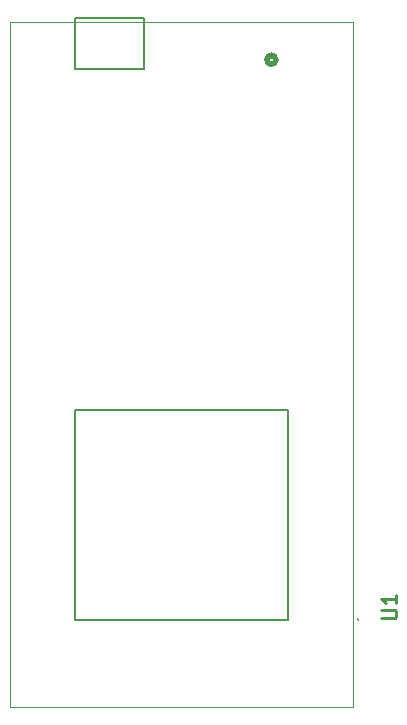
<source format=gbr>
%TF.GenerationSoftware,KiCad,Pcbnew,9.0.4*%
%TF.CreationDate,2025-10-17T17:31:01+02:00*%
%TF.ProjectId,versie_2,76657273-6965-45f3-922e-6b696361645f,rev?*%
%TF.SameCoordinates,Original*%
%TF.FileFunction,Legend,Top*%
%TF.FilePolarity,Positive*%
%FSLAX46Y46*%
G04 Gerber Fmt 4.6, Leading zero omitted, Abs format (unit mm)*
G04 Created by KiCad (PCBNEW 9.0.4) date 2025-10-17 17:31:01*
%MOMM*%
%LPD*%
G01*
G04 APERTURE LIST*
%ADD10C,0.254000*%
%ADD11C,0.508000*%
%ADD12C,0.200000*%
%ADD13C,0.100000*%
G04 APERTURE END LIST*
D10*
X218914318Y-102289619D02*
X219942413Y-102289619D01*
X219942413Y-102289619D02*
X220063365Y-102229142D01*
X220063365Y-102229142D02*
X220123842Y-102168666D01*
X220123842Y-102168666D02*
X220184318Y-102047714D01*
X220184318Y-102047714D02*
X220184318Y-101805809D01*
X220184318Y-101805809D02*
X220123842Y-101684857D01*
X220123842Y-101684857D02*
X220063365Y-101624380D01*
X220063365Y-101624380D02*
X219942413Y-101563904D01*
X219942413Y-101563904D02*
X218914318Y-101563904D01*
X220184318Y-100293904D02*
X220184318Y-101019619D01*
X220184318Y-100656762D02*
X218914318Y-100656762D01*
X218914318Y-100656762D02*
X219095746Y-100777714D01*
X219095746Y-100777714D02*
X219216699Y-100898666D01*
X219216699Y-100898666D02*
X219277175Y-101019619D01*
D11*
%TO.C,J3*%
X209983800Y-55000000D02*
G75*
G02*
X209221800Y-55000000I-381000J0D01*
G01*
X209221800Y-55000000D02*
G75*
G02*
X209983800Y-55000000I381000J0D01*
G01*
D12*
%TO.C,U1*%
X198801000Y-51500000D02*
X192995000Y-51500000D01*
X192995000Y-51500000D02*
X192995000Y-55822000D01*
D13*
X216500000Y-51810000D02*
X216500000Y-109810000D01*
X187500000Y-51810000D02*
X216500000Y-51810000D01*
D12*
X198801000Y-55822000D02*
X198801000Y-51500000D01*
X192995000Y-55822000D02*
X198801000Y-55822000D01*
X211000000Y-84620000D02*
X193000000Y-84620000D01*
X193000000Y-84620000D02*
X193000000Y-102400000D01*
D13*
X216900000Y-102310000D02*
X216900000Y-102310000D01*
D12*
X211000000Y-102400000D02*
X211000000Y-84620000D01*
X193000000Y-102400000D02*
X211000000Y-102400000D01*
D13*
X216900000Y-102410000D02*
X216900000Y-102410000D01*
X216500000Y-109810000D02*
X187500000Y-109810000D01*
X187500000Y-109810000D02*
X187500000Y-51810000D01*
X216900000Y-102310000D02*
G75*
G02*
X216900000Y-102410000I0J-50000D01*
G01*
X216900000Y-102410000D02*
G75*
G02*
X216900000Y-102310000I0J50000D01*
G01*
%TD*%
M02*

</source>
